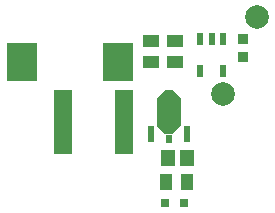
<source format=gtp>
G04*
G04 #@! TF.GenerationSoftware,Altium Limited,Altium Designer,18.1.11 (251)*
G04*
G04 Layer_Color=8421504*
%FSLAX25Y25*%
%MOIN*%
G70*
G01*
G75*
%ADD14R,0.03150X0.03150*%
%ADD15C,0.07874*%
%ADD16R,0.03937X0.05315*%
%ADD17R,0.05118X0.05709*%
%ADD18R,0.02362X0.05512*%
%ADD19R,0.02362X0.02756*%
%ADD20R,0.02362X0.04134*%
%ADD21R,0.10197X0.12756*%
%ADD22R,0.03543X0.03347*%
%ADD23R,0.06496X0.21260*%
%ADD24R,0.05315X0.03937*%
G36*
X83937Y50102D02*
Y40653D01*
X81181Y37898D01*
X78819D01*
X76063Y40653D01*
Y50102D01*
X78819Y52858D01*
X81181D01*
X83937Y50102D01*
D02*
G37*
D14*
X78701Y15000D02*
D03*
X85000D02*
D03*
D15*
X98000Y51480D02*
D03*
X109449Y77165D02*
D03*
D16*
X86000Y22000D02*
D03*
X78913D02*
D03*
D17*
X86150Y30000D02*
D03*
X79850D02*
D03*
D18*
X74094Y37898D02*
D03*
X85905D02*
D03*
D19*
X80000Y36520D02*
D03*
D20*
X98000Y69630D02*
D03*
X94260D02*
D03*
X90520D02*
D03*
Y59000D02*
D03*
X98000D02*
D03*
D21*
X62984Y62000D02*
D03*
X31016D02*
D03*
D22*
X104724Y63603D02*
D03*
Y69706D02*
D03*
D23*
X44724Y42000D02*
D03*
X65000D02*
D03*
D24*
X74000Y69087D02*
D03*
Y62000D02*
D03*
X82000D02*
D03*
Y69087D02*
D03*
M02*

</source>
